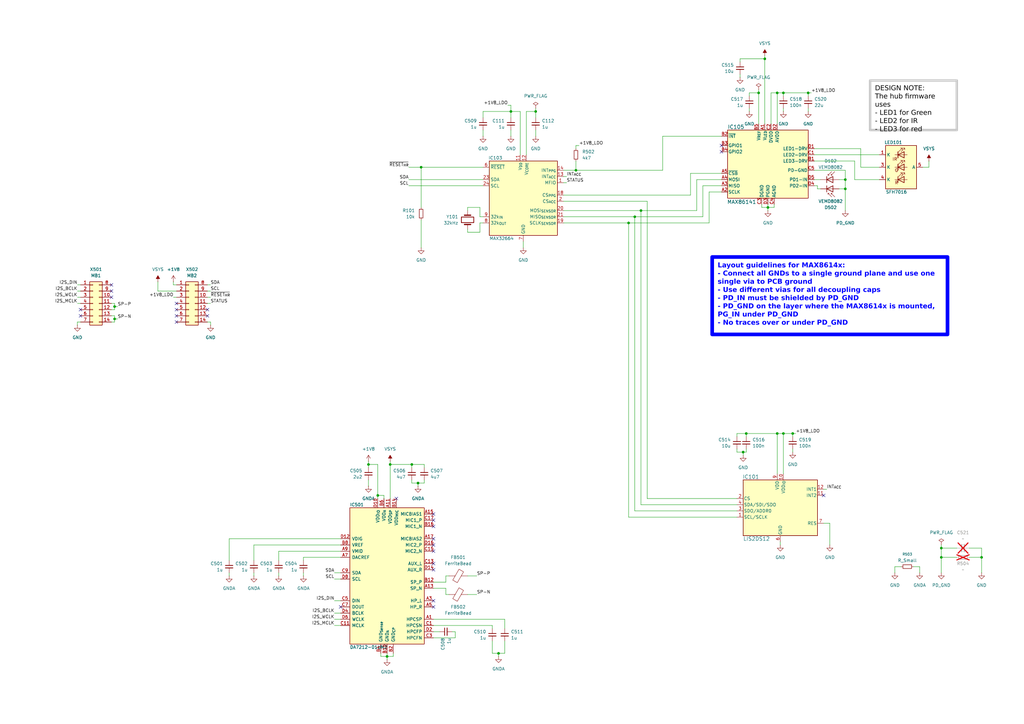
<source format=kicad_sch>
(kicad_sch (version 20250114) (generator "eeschema") (generator_version "9.0")
  (paper "A3")
  (title_block (title "Heartrate-DevKit") (date "2025-07-13") (rev "${REVISION}") (company "${COMPANY}"))
  (text_box "DESIGN NOTE:\nThe hub firmware uses\n- LED1 for Green\n- LED2 for IR\n- LED3 for red" (at 356.87 33.02 0) (size 35.56 20.32) (margins 2 2 2 2) (stroke (width 1) (color 200 200 200 1)) (effects (font (size 2 2)) (justify left top)))
  (text_box "Layout guidelines for MAX8614x:\n- Connect all GNDs to a single ground plane and use one single via to PCB ground\n- Use different vias for all decoupling caps\n- PD_IN must be shielded by PD_GND\n- PD_GND on the layer where the MAX8614x is mounted, PG_IN under PD_GND\n- No traces over or under PD_GND" (at 292.1 105.41 0) (size 96.52 31.75) (margins 2.25 2.25 2.25 2.25) (stroke (width 1.5) (color 0 0 255 1)) (effects (font (size 2 2) (thickness 0.4) (bold yes)) (justify left top)))
  (junction (at 346.71 77.47))
  (junction (at 331.47 38.1))
  (junction (at 325.12 177.8))
  (junction (at 313.69 24.13))
  (junction (at 236.22 69.85))
  (junction (at 262.89 86.36))
  (junction (at 386.08 228.6))
  (junction (at 318.77 38.1))
  (junction (at 314.96 85.09))
  (junction (at 46.99 130.81))
  (junction (at 158.75 269.24))
  (junction (at 311.15 38.1))
  (junction (at 306.07 177.8))
  (junction (at 321.31 38.1))
  (junction (at 209.55 45.72))
  (junction (at 402.59 228.6))
  (junction (at 160.02 190.5))
  (junction (at 168.91 190.5))
  (junction (at 219.71 45.72))
  (junction (at 171.45 198.12))
  (junction (at 386.08 224.79))
  (junction (at 257.81 91.44))
  (junction (at 260.35 88.9))
  (junction (at 172.72 68.58))
  (junction (at 154.94 203.2))
  (junction (at 46.99 125.73))
  (junction (at 151.13 190.5))
  (junction (at 318.77 177.8))
  (junction (at 321.31 177.8))
  (junction (at 346.71 73.66))
  (junction (at 304.8 185.42))
  (junction (at 204.47 267.97))
  (no_connect (at 177.8 220.98))
  (no_connect (at 72.39 132.08))
  (no_connect (at 177.8 215.9))
  (no_connect (at 295.91 59.69))
  (no_connect (at 177.8 223.52))
  (no_connect (at 72.39 124.46))
  (no_connect (at 85.09 129.54))
  (no_connect (at 177.8 233.68))
  (no_connect (at 337.82 203.2))
  (no_connect (at 45.72 119.38))
  (no_connect (at 295.91 62.23))
  (no_connect (at 139.7 248.92))
  (no_connect (at 45.72 116.84))
  (no_connect (at 33.02 129.54))
  (no_connect (at 177.8 248.92))
  (no_connect (at 177.8 246.38))
  (no_connect (at 177.8 210.82))
  (no_connect (at 33.02 127))
  (no_connect (at 72.39 127))
  (no_connect (at 177.8 226.06))
  (no_connect (at 45.72 121.92))
  (no_connect (at 85.09 127))
  (no_connect (at 162.56 204.47))
  (no_connect (at 177.8 231.14))
  (no_connect (at 72.39 129.54))
  (no_connect (at 177.8 213.36))
  (wire (pts (xy 283.21 71.12) (xy 295.91 71.12)))
  (wire (pts (xy 306.07 177.8) (xy 318.77 177.8)))
  (wire (pts (xy 386.08 234.95) (xy 386.08 228.6)))
  (wire (pts (xy 346.71 69.85) (xy 346.71 73.66)))
  (wire (pts (xy 314.96 85.09) (xy 317.5 85.09)))
  (wire (pts (xy 157.48 204.47) (xy 157.48 203.2)))
  (wire (pts (xy 262.89 86.36) (xy 285.75 86.36)))
  (wire (pts (xy 160.02 189.23) (xy 160.02 190.5)))
  (wire (pts (xy 265.43 82.55) (xy 265.43 204.47)))
  (wire (pts (xy 31.75 124.46) (xy 33.02 124.46)))
  (wire (pts (xy 316.23 38.1) (xy 316.23 50.8)))
  (wire (pts (xy 386.08 224.79) (xy 392.43 224.79)))
  (wire (pts (xy 325.12 177.8) (xy 326.39 177.8)))
  (wire (pts (xy 213.36 45.72) (xy 213.36 63.5)))
  (wire (pts (xy 311.15 38.1) (xy 311.15 50.8)))
  (wire (pts (xy 262.89 207.01) (xy 302.26 207.01)))
  (wire (pts (xy 312.42 83.82) (xy 312.42 85.09)))
  (wire (pts (xy 236.22 66.04) (xy 236.22 69.85)))
  (wire (pts (xy 104.14 223.52) (xy 104.14 229.87)))
  (wire (pts (xy 331.47 38.1) (xy 332.74 38.1)))
  (wire (pts (xy 156.21 269.24) (xy 158.75 269.24)))
  (wire (pts (xy 182.88 243.84) (xy 182.88 241.3)))
  (wire (pts (xy 215.9 45.72) (xy 219.71 45.72)))
  (wire (pts (xy 209.55 45.72) (xy 209.55 48.26)))
  (wire (pts (xy 397.51 228.6) (xy 402.59 228.6)))
  (wire (pts (xy 184.15 236.22) (xy 182.88 236.22)))
  (wire (pts (xy 191.77 85.09) (xy 196.85 85.09)))
  (wire (pts (xy 219.71 45.72) (xy 219.71 48.26)))
  (wire (pts (xy 171.45 198.12) (xy 171.45 199.39)))
  (wire (pts (xy 191.77 95.25) (xy 196.85 95.25)))
  (wire (pts (xy 320.04 222.25) (xy 320.04 223.52)))
  (wire (pts (xy 207.01 254) (xy 207.01 257.81)))
  (wire (pts (xy 314.96 83.82) (xy 314.96 85.09)))
  (wire (pts (xy 85.09 116.84) (xy 86.36 116.84)))
  (wire (pts (xy 139.7 228.6) (xy 124.46 228.6)))
  (wire (pts (xy 31.75 119.38) (xy 33.02 119.38)))
  (wire (pts (xy 306.07 184.15) (xy 306.07 185.42)))
  (wire (pts (xy 86.36 132.08) (xy 86.36 133.35)))
  (wire (pts (xy 317.5 85.09) (xy 317.5 83.82)))
  (wire (pts (xy 302.26 177.8) (xy 302.26 179.07)))
  (wire (pts (xy 45.72 129.54) (xy 46.99 129.54)))
  (wire (pts (xy 360.68 73.66) (xy 350.52 73.66)))
  (wire (pts (xy 321.31 38.1) (xy 331.47 38.1)))
  (wire (pts (xy 204.47 267.97) (xy 204.47 269.24)))
  (wire (pts (xy 33.02 132.08) (xy 31.75 132.08)))
  (wire (pts (xy 72.39 116.84) (xy 71.12 116.84)))
  (wire (pts (xy 386.08 223.52) (xy 386.08 224.79)))
  (wire (pts (xy 139.7 220.98) (xy 93.98 220.98)))
  (wire (pts (xy 154.94 190.5) (xy 151.13 190.5)))
  (wire (pts (xy 156.21 267.97) (xy 156.21 269.24)))
  (wire (pts (xy 321.31 38.1) (xy 321.31 39.37)))
  (wire (pts (xy 288.29 76.2) (xy 295.91 76.2)))
  (wire (pts (xy 331.47 44.45) (xy 331.47 45.72)))
  (wire (pts (xy 45.72 127) (xy 46.99 127)))
  (wire (pts (xy 316.23 38.1) (xy 318.77 38.1)))
  (wire (pts (xy 171.45 198.12) (xy 168.91 198.12)))
  (wire (pts (xy 257.81 91.44) (xy 257.81 212.09)))
  (wire (pts (xy 172.72 90.17) (xy 172.72 101.6)))
  (wire (pts (xy 71.12 116.84) (xy 71.12 115.57)))
  (wire (pts (xy 46.99 130.81) (xy 48.26 130.81)))
  (wire (pts (xy 283.21 80.01) (xy 283.21 71.12)))
  (wire (pts (xy 304.8 185.42) (xy 304.8 186.69)))
  (wire (pts (xy 215.9 63.5) (xy 215.9 45.72)))
  (wire (pts (xy 346.71 77.47) (xy 346.71 86.36)))
  (wire (pts (xy 285.75 73.66) (xy 295.91 73.66)))
  (wire (pts (xy 154.94 190.5) (xy 154.94 203.2)))
  (wire (pts (xy 46.99 129.54) (xy 46.99 130.81)))
  (wire (pts (xy 260.35 88.9) (xy 260.35 209.55)))
  (wire (pts (xy 64.77 119.38) (xy 64.77 115.57)))
  (wire (pts (xy 219.71 53.34) (xy 219.71 55.88)))
  (wire (pts (xy 196.85 91.44) (xy 196.85 95.25)))
  (wire (pts (xy 114.3 226.06) (xy 114.3 229.87)))
  (wire (pts (xy 167.64 68.58) (xy 172.72 68.58)))
  (wire (pts (xy 137.16 256.54) (xy 139.7 256.54)))
  (wire (pts (xy 93.98 234.95) (xy 93.98 236.22)))
  (wire (pts (xy 335.28 77.47) (xy 336.55 77.47)))
  (wire (pts (xy 360.68 63.5) (xy 334.01 63.5)))
  (wire (pts (xy 302.26 184.15) (xy 302.26 185.42)))
  (wire (pts (xy 260.35 88.9) (xy 288.29 88.9)))
  (wire (pts (xy 172.72 68.58) (xy 172.72 85.09)))
  (wire (pts (xy 381 66.04) (xy 381 68.58)))
  (wire (pts (xy 168.91 190.5) (xy 168.91 191.77)))
  (wire (pts (xy 214.63 99.06) (xy 214.63 101.6)))
  (wire (pts (xy 198.12 88.9) (xy 196.85 88.9)))
  (wire (pts (xy 290.83 78.74) (xy 290.83 91.44)))
  (wire (pts (xy 377.19 232.41) (xy 377.19 234.95)))
  (wire (pts (xy 173.99 198.12) (xy 173.99 196.85)))
  (wire (pts (xy 311.15 36.83) (xy 311.15 38.1)))
  (wire (pts (xy 151.13 190.5) (xy 151.13 191.77)))
  (wire (pts (xy 307.34 38.1) (xy 311.15 38.1)))
  (wire (pts (xy 260.35 88.9) (xy 231.14 88.9)))
  (wire (pts (xy 303.53 25.4) (xy 303.53 24.13)))
  (wire (pts (xy 321.31 177.8) (xy 321.31 194.31)))
  (wire (pts (xy 381 68.58) (xy 378.46 68.58)))
  (wire (pts (xy 307.34 39.37) (xy 307.34 38.1)))
  (wire (pts (xy 360.68 68.58) (xy 353.06 68.58)))
  (wire (pts (xy 337.82 200.66) (xy 339.09 200.66)))
  (wire (pts (xy 334.01 66.04) (xy 350.52 66.04)))
  (wire (pts (xy 201.93 256.54) (xy 201.93 257.81)))
  (wire (pts (xy 198.12 45.72) (xy 198.12 48.26)))
  (wire (pts (xy 303.53 24.13) (xy 313.69 24.13)))
  (wire (pts (xy 173.99 190.5) (xy 173.99 191.77)))
  (wire (pts (xy 346.71 73.66) (xy 346.71 77.47)))
  (wire (pts (xy 104.14 234.95) (xy 104.14 236.22)))
  (wire (pts (xy 85.09 124.46) (xy 86.36 124.46)))
  (wire (pts (xy 262.89 86.36) (xy 262.89 207.01)))
  (wire (pts (xy 302.26 177.8) (xy 306.07 177.8)))
  (wire (pts (xy 307.34 44.45) (xy 307.34 45.72)))
  (wire (pts (xy 177.8 261.62) (xy 186.69 261.62)))
  (wire (pts (xy 167.64 73.66) (xy 198.12 73.66)))
  (wire (pts (xy 367.03 232.41) (xy 367.03 234.95)))
  (wire (pts (xy 285.75 86.36) (xy 285.75 73.66)))
  (wire (pts (xy 201.93 256.54) (xy 177.8 256.54)))
  (wire (pts (xy 325.12 184.15) (xy 325.12 185.42)))
  (wire (pts (xy 367.03 232.41) (xy 369.57 232.41)))
  (wire (pts (xy 168.91 190.5) (xy 173.99 190.5)))
  (wire (pts (xy 295.91 78.74) (xy 290.83 78.74)))
  (wire (pts (xy 158.75 269.24) (xy 161.29 269.24)))
  (wire (pts (xy 219.71 44.45) (xy 219.71 45.72)))
  (wire (pts (xy 318.77 177.8) (xy 321.31 177.8)))
  (wire (pts (xy 85.09 132.08) (xy 86.36 132.08)))
  (wire (pts (xy 46.99 132.08) (xy 46.99 130.81)))
  (wire (pts (xy 196.85 85.09) (xy 196.85 88.9)))
  (wire (pts (xy 334.01 76.2) (xy 335.28 76.2)))
  (wire (pts (xy 386.08 228.6) (xy 392.43 228.6)))
  (wire (pts (xy 340.36 214.63) (xy 340.36 223.52)))
  (wire (pts (xy 201.93 267.97) (xy 204.47 267.97)))
  (wire (pts (xy 198.12 53.34) (xy 198.12 55.88)))
  (wire (pts (xy 335.28 76.2) (xy 335.28 77.47)))
  (wire (pts (xy 397.51 224.79) (xy 402.59 224.79)))
  (wire (pts (xy 231.14 72.39) (xy 232.41 72.39)))
  (wire (pts (xy 154.94 203.2) (xy 154.94 204.47)))
  (wire (pts (xy 180.34 259.08) (xy 177.8 259.08)))
  (wire (pts (xy 186.69 259.08) (xy 185.42 259.08)))
  (wire (pts (xy 265.43 204.47) (xy 302.26 204.47)))
  (wire (pts (xy 172.72 68.58) (xy 198.12 68.58)))
  (wire (pts (xy 46.99 125.73) (xy 48.26 125.73)))
  (wire (pts (xy 45.72 124.46) (xy 46.99 124.46)))
  (wire (pts (xy 313.69 22.86) (xy 313.69 24.13)))
  (wire (pts (xy 231.14 82.55) (xy 265.43 82.55)))
  (wire (pts (xy 209.55 43.18) (xy 209.55 45.72)))
  (wire (pts (xy 304.8 185.42) (xy 306.07 185.42)))
  (wire (pts (xy 177.8 254) (xy 207.01 254)))
  (wire (pts (xy 191.77 243.84) (xy 195.58 243.84)))
  (wire (pts (xy 321.31 177.8) (xy 325.12 177.8)))
  (wire (pts (xy 231.14 74.93) (xy 232.41 74.93)))
  (wire (pts (xy 318.77 194.31) (xy 318.77 177.8)))
  (wire (pts (xy 350.52 66.04) (xy 350.52 73.66)))
  (wire (pts (xy 313.69 24.13) (xy 313.69 50.8)))
  (wire (pts (xy 260.35 209.55) (xy 302.26 209.55)))
  (wire (pts (xy 182.88 236.22) (xy 182.88 238.76)))
  (wire (pts (xy 231.14 69.85) (xy 236.22 69.85)))
  (wire (pts (xy 137.16 234.95) (xy 139.7 234.95)))
  (wire (pts (xy 386.08 228.6) (xy 386.08 224.79)))
  (wire (pts (xy 271.78 55.88) (xy 295.91 55.88)))
  (wire (pts (xy 208.28 43.18) (xy 209.55 43.18)))
  (wire (pts (xy 209.55 53.34) (xy 209.55 55.88)))
  (wire (pts (xy 344.17 73.66) (xy 346.71 73.66)))
  (wire (pts (xy 209.55 45.72) (xy 213.36 45.72)))
  (wire (pts (xy 85.09 121.92) (xy 86.36 121.92)))
  (wire (pts (xy 314.96 85.09) (xy 314.96 86.36)))
  (wire (pts (xy 160.02 190.5) (xy 168.91 190.5)))
  (wire (pts (xy 331.47 38.1) (xy 331.47 39.37)))
  (wire (pts (xy 114.3 234.95) (xy 114.3 236.22)))
  (wire (pts (xy 93.98 220.98) (xy 93.98 229.87)))
  (wire (pts (xy 137.16 251.46) (xy 139.7 251.46)))
  (wire (pts (xy 334.01 60.96) (xy 353.06 60.96)))
  (wire (pts (xy 303.53 30.48) (xy 303.53 31.75)))
  (wire (pts (xy 318.77 38.1) (xy 321.31 38.1)))
  (wire (pts (xy 201.93 267.97) (xy 201.93 262.89)))
  (wire (pts (xy 177.8 241.3) (xy 182.88 241.3)))
  (wire (pts (xy 158.75 269.24) (xy 158.75 270.51)))
  (wire (pts (xy 321.31 44.45) (xy 321.31 45.72)))
  (wire (pts (xy 353.06 68.58) (xy 353.06 60.96)))
  (wire (pts (xy 257.81 212.09) (xy 302.26 212.09)))
  (wire (pts (xy 157.48 203.2) (xy 154.94 203.2)))
  (wire (pts (xy 271.78 69.85) (xy 271.78 55.88)))
  (wire (pts (xy 207.01 262.89) (xy 207.01 267.97)))
  (wire (pts (xy 71.12 121.92) (xy 72.39 121.92)))
  (wire (pts (xy 31.75 116.84) (xy 33.02 116.84)))
  (wire (pts (xy 168.91 196.85) (xy 168.91 198.12)))
  (wire (pts (xy 137.16 237.49) (xy 139.7 237.49)))
  (wire (pts (xy 402.59 228.6) (xy 402.59 234.95)))
  (wire (pts (xy 288.29 88.9) (xy 288.29 76.2)))
  (wire (pts (xy 72.39 119.38) (xy 64.77 119.38)))
  (wire (pts (xy 161.29 267.97) (xy 161.29 269.24)))
  (wire (pts (xy 151.13 196.85) (xy 151.13 199.39)))
  (wire (pts (xy 337.82 214.63) (xy 340.36 214.63)))
  (wire (pts (xy 177.8 238.76) (xy 182.88 238.76)))
  (wire (pts (xy 137.16 254) (xy 139.7 254)))
  (wire (pts (xy 236.22 69.85) (xy 271.78 69.85)))
  (wire (pts (xy 184.15 243.84) (xy 182.88 243.84)))
  (wire (pts (xy 191.77 86.36) (xy 191.77 85.09)))
  (wire (pts (xy 231.14 86.36) (xy 262.89 86.36)))
  (wire (pts (xy 402.59 224.79) (xy 402.59 228.6)))
  (wire (pts (xy 46.99 127) (xy 46.99 125.73)))
  (wire (pts (xy 46.99 124.46) (xy 46.99 125.73)))
  (wire (pts (xy 191.77 236.22) (xy 195.58 236.22)))
  (wire (pts (xy 151.13 189.23) (xy 151.13 190.5)))
  (wire (pts (xy 306.07 177.8) (xy 306.07 179.07)))
  (wire (pts (xy 191.77 93.98) (xy 191.77 95.25)))
  (wire (pts (xy 231.14 80.01) (xy 283.21 80.01)))
  (wire (pts (xy 85.09 119.38) (xy 86.36 119.38)))
  (wire (pts (xy 31.75 132.08) (xy 31.75 133.35)))
  (wire (pts (xy 124.46 234.95) (xy 124.46 236.22)))
  (wire (pts (xy 198.12 91.44) (xy 196.85 91.44)))
  (wire (pts (xy 139.7 226.06) (xy 114.3 226.06)))
  (wire (pts (xy 198.12 45.72) (xy 209.55 45.72)))
  (wire (pts (xy 160.02 190.5) (xy 160.02 204.47)))
  (wire (pts (xy 334.01 69.85) (xy 346.71 69.85)))
  (wire (pts (xy 31.75 121.92) (xy 33.02 121.92)))
  (wire (pts (xy 344.17 77.47) (xy 346.71 77.47)))
  (wire (pts (xy 158.75 269.24) (xy 158.75 267.97)))
  (wire (pts (xy 186.69 261.62) (xy 186.69 259.08)))
  (wire (pts (xy 302.26 185.42) (xy 304.8 185.42)))
  (wire (pts (xy 236.22 59.69) (xy 237.49 59.69)))
  (wire (pts (xy 167.64 76.2) (xy 198.12 76.2)))
  (wire (pts (xy 318.77 38.1) (xy 318.77 50.8)))
  (wire (pts (xy 334.01 73.66) (xy 336.55 73.66)))
  (wire (pts (xy 374.65 232.41) (xy 377.19 232.41)))
  (wire (pts (xy 236.22 59.69) (xy 236.22 60.96)))
  (wire (pts (xy 231.14 91.44) (xy 257.81 91.44)))
  (wire (pts (xy 325.12 177.8) (xy 325.12 179.07)))
  (wire (pts (xy 139.7 223.52) (xy 104.14 223.52)))
  (wire (pts (xy 171.45 198.12) (xy 173.99 198.12)))
  (wire (pts (xy 124.46 228.6) (xy 124.46 229.87)))
  (wire (pts (xy 204.47 267.97) (xy 207.01 267.97)))
  (wire (pts (xy 45.72 132.08) (xy 46.99 132.08)))
  (wire (pts (xy 137.16 246.38) (xy 139.7 246.38)))
  (wire (pts (xy 257.81 91.44) (xy 290.83 91.44)))
  (wire (pts (xy 312.42 85.09) (xy 314.96 85.09)))
  (label "+1V8_LDO" (at 332.74 38.1 0))
  (label "+1V8_LDO" (at 237.49 59.69 0))
  (label "I2S_WCLK" (at 137.16 254 180))
  (label "~{RESET_{HR}}" (at 86.36 121.92 0))
  (label "INT_{ACC}" (at 339.09 200.66 0))
  (label "+1V8_LDO" (at 208.28 43.18 180))
  (label "SP-N" (at 48.26 130.81 0))
  (label "SDA" (at 167.64 73.66 180))
  (label "STATUS" (at 86.36 124.46 0))
  (label "INT_{ACC}" (at 232.41 72.39 0))
  (label "I2S_DIN" (at 31.75 116.84 180))
  (label "I2S_DIN" (at 137.16 246.38 180))
  (label "SP-P" (at 48.26 125.73 0))
  (label "+1V8_LDO" (at 326.39 177.8 0))
  (label "+1V8_LDO" (at 71.12 121.92 180))
  (label "SCL" (at 137.16 237.49 180))
  (label "SP-P" (at 195.58 236.22 0))
  (label "I2S_WCLK" (at 31.75 121.92 180))
  (label "SP-N" (at 195.58 243.84 0))
  (label "STATUS" (at 232.41 74.93 0))
  (label "I2S_BCLK" (at 137.16 251.46 180))
  (label "I2S_MCLK" (at 137.16 256.54 180))
  (label "SDA" (at 86.36 116.84 0))
  (label "I2S_BCLK" (at 31.75 119.38 180))
  (label "SCL" (at 167.64 76.2 180))
  (label "I2S_MCLK" (at 31.75 124.46 180))
  (label "SCL" (at 86.36 119.38 0))
  (label "SDA" (at 137.16 234.95 180))
  (label "~{RESET_{HR}}" (at 167.64 68.58 180))
  (symbol (lib_id "power:GND") (at 325.12 185.42 0) (unit 1)
    (property "Reference" "#PWR0526" (effects (hide yes)))
    (property "Value" "GND" (at 325.12 190.5 0))
    (property "Description" "Power symbol creates a global label with name \"GND\" , ground" (effects (hide yes)))
  )
  (symbol (lib_id "power:PWR_FLAG") (at 386.08 223.52 0) (unit 1)
    (property "Reference" "#FLG0503" (effects (hide yes)))
    (property "Value" "PWR_FLAG" (at 386.08 218.44 0))
    (property "Description" "Special symbol for telling ERC where power comes from" (effects (hide yes)))
  )
  (symbol (lib_id "Device:FerriteBead") (at 187.96 243.84 90) (unit 1)
    (property "Reference" "FB502" (at 187.9092 248.92 90))
    (property "Value" "FerriteBead" (at 187.9092 251.46 90))
    (property "Footprint" "Inductor:L0402" (effects (hide yes)))
    (property "Description" "Ferrite bead" (effects (hide yes)))
    (property "manf" "Murata" (effects (hide yes)))
    (property "manf#" "BLM15PD121SN1D" (effects (hide yes)))
    (property "mouser#" "81-BLM15PD121SN1D" (effects (hide yes)))
  )
  (symbol (lib_id "power:GNDA") (at 386.08 234.95 0) (unit 1)
    (property "Reference" "#PWR0533" (effects (hide yes)))
    (property "Value" "PD_GND" (at 386.08 240.03 0))
    (property "Description" "Power symbol creates a global label with name \"GNDA\" , analog ground" (effects (hide yes)))
  )
  (symbol (lib_id "power:VS") (at 381 66.04 0) (unit 1)
    (property "Reference" "#PWR0532" (effects (hide yes)))
    (property "Value" "VSYS" (at 381 60.96 0))
    (property "Description" "Power symbol creates a global label with name \"VS\"" (effects (hide yes)))
  )
  (symbol (lib_id "Device:D_Photo") (at 341.63 77.47 0) (mirror x) (unit 1)
    (property "Reference" "D502" (at 340.6775 85.09 0))
    (property "Value" "VEMD8082" (at 340.6775 82.55 0))
    (property "Footprint" "Vishay:VEMD808x" (effects (hide yes)))
    (property "Description" "Photodiode" (effects (hide yes)))
    (property "manf" "Vishay Semiconductors" (effects (hide yes)))
    (property "manf#" "VEMD8082" (effects (hide yes)))
    (property "mouser#" "78-VEMD8082" (effects (hide yes)))
  )
  (symbol (lib_id "power:GNDA") (at 104.14 236.22 0) (unit 1)
    (property "Reference" "#PWR0505" (effects (hide yes)))
    (property "Value" "GNDA" (at 104.14 241.3 0))
    (property "Description" "Power symbol creates a global label with name \"GNDA\" , analog ground" (effects (hide yes)))
  )
  (symbol (lib_id "Device:C_Small") (at 198.12 50.8 0) (mirror y) (unit 1)
    (property "Reference" "C509" (at 195.58 49.5362 0) (effects (justify left)))
    (property "Value" "1u" (at 195.58 52.0762 0) (effects (justify left)))
    (property "Footprint" "Capacitor_SMD:C_0402_1005Metric" (effects (hide yes)))
    (property "Description" "Unpolarized capacitor, small symbol" (effects (hide yes)))
    (property "manf" "KYOCERA AVX" (effects (hide yes)))
    (property "manf#" "04023D105KAT2A" (effects (hide yes)))
    (property "mouser#" "581-04023D105KAT2A" (effects (hide yes)))
  )
  (symbol (lib_id "Device:C_Small") (at 151.13 194.31 0) (mirror y) (unit 1)
    (property "Reference" "C505" (at 148.59 193.0462 0) (effects (justify left)))
    (property "Value" "2u2" (at 148.59 195.5862 0) (effects (justify left)))
    (property "Footprint" "Capacitor_SMD:C_0201_0603Metric" (effects (hide yes)))
    (property "Datasheet" "https://datasheets.kyocera-avx.com/cx5r-KGM.pdf" (effects (hide yes)))
    (property "Description" "Unpolarized capacitor, small symbol" (effects (hide yes)))
    (property "manf" "KYOCERA AVX" (effects (hide yes)))
    (property "manf#" "0201ZD225MAT2A" (effects (hide yes)))
    (property "mouser#" "581-0201ZD225MAT2A" (effects (hide yes)))
  )
  (symbol (lib_id "Device:C_Small") (at 219.71 50.8 0) (unit 1)
    (property "Reference" "C112" (at 222.25 49.5362 0) (effects (justify left)))
    (property "Value" "1u" (at 222.25 52.0762 0) (effects (justify left)))
    (property "Footprint" "Capacitor_SMD:C_0402_1005Metric" (effects (hide yes)))
    (property "Description" "Unpolarized capacitor, small symbol" (effects (hide yes)))
    (property "manf" "KYOCERA AVX" (effects (hide yes)))
    (property "manf#" "04023D105KAT2A" (effects (hide yes)))
    (property "mouser#" "581-04023D105KAT2A" (effects (hide yes)))
  )
  (symbol (lib_id "power:GNDA") (at 124.46 236.22 0) (unit 1)
    (property "Reference" "#PWR0507" (effects (hide yes)))
    (property "Value" "GNDA" (at 124.46 241.3 0))
    (property "Description" "Power symbol creates a global label with name \"GNDA\" , analog ground" (effects (hide yes)))
  )
  (symbol (lib_id "power:PWR_FLAG") (at 311.15 36.83 0) (unit 1)
    (property "Reference" "#FLG0502" (effects (hide yes)))
    (property "Value" "PWR_FLAG" (at 311.15 31.75 0))
    (property "Description" "Special symbol for telling ERC where power comes from" (effects (hide yes)))
  )
  (symbol (lib_id "Device:C_Small") (at 209.55 50.8 0) (mirror y) (unit 1)
    (property "Reference" "C111" (at 207.01 49.5362 0) (effects (justify left)))
    (property "Value" "1u" (at 207.01 52.0762 0) (effects (justify left)))
    (property "Footprint" "Capacitor_SMD:C_0402_1005Metric" (effects (hide yes)))
    (property "Description" "Unpolarized capacitor, small symbol" (effects (hide yes)))
    (property "manf" "KYOCERA AVX" (effects (hide yes)))
    (property "manf#" "04023D105KAT2A" (effects (hide yes)))
    (property "mouser#" "581-04023D105KAT2A" (effects (hide yes)))
  )
  (symbol (lib_id "Device:C_Small") (at 207.01 260.35 0) (unit 1)
    (property "Reference" "C511" (at 209.55 259.0862 0) (effects (justify left)))
    (property "Value" "1u" (at 209.55 261.6262 0) (effects (justify left)))
    (property "Footprint" "Capacitor_SMD:C_0201_0603Metric" (effects (hide yes)))
    (property "Datasheet" "https://datasheets.kyocera-avx.com/x6s-dielectric.pdf" (effects (hide yes)))
    (property "Description" "Unpolarized capacitor, small symbol" (effects (hide yes)))
    (property "manf" "KYOCERA AVX" (effects (hide yes)))
    (property "manf#" "02016W105MAT2A" (effects (hide yes)))
    (property "mouser#" "581-02016W105MAT2A" (effects (hide yes)))
  )
  (symbol (lib_id "Device:C_Small") (at 201.93 260.35 0) (mirror y) (unit 1)
    (property "Reference" "C510" (at 199.39 259.0862 0) (effects (justify left)))
    (property "Value" "1u" (at 199.39 261.6262 0) (effects (justify left)))
    (property "Footprint" "Capacitor_SMD:C_0201_0603Metric" (effects (hide yes)))
    (property "Datasheet" "https://datasheets.kyocera-avx.com/x6s-dielectric.pdf" (effects (hide yes)))
    (property "Description" "Unpolarized capacitor, small symbol" (effects (hide yes)))
    (property "manf" "KYOCERA AVX" (effects (hide yes)))
    (property "manf#" "02016W105MAT2A" (effects (hide yes)))
    (property "mouser#" "581-02016W105MAT2A" (effects (hide yes)))
  )
  (symbol (lib_id "power:GND") (at 198.12 55.88 0) (unit 1)
    (property "Reference" "#PWR0514" (effects (hide yes)))
    (property "Value" "GND" (at 198.12 60.96 0))
    (property "Description" "Power symbol creates a global label with name \"GND\" , ground" (effects (hide yes)))
  )
  (symbol (lib_id "power:GND") (at 86.36 133.35 0) (unit 1)
    (property "Reference" "#PWR0501" (effects (hide yes)))
    (property "Value" "GND" (at 86.36 138.43 0))
    (property "Description" "Power symbol creates a global label with name \"GND\" , ground" (effects (hide yes)))
  )
  (symbol (lib_id "Device:C_Small") (at 168.91 194.31 0) (mirror y) (unit 1)
    (property "Reference" "C506" (at 166.37 193.0462 0) (effects (justify left)))
    (property "Value" "4u7" (at 166.37 195.5862 0) (effects (justify left)))
    (property "Footprint" "Capacitor_SMD:C_0201_0603Metric" (effects (hide yes)))
    (property "Datasheet" "https://www.mouser.de/datasheet/3/76/2/GRM035R60J475ME15_01A.pdf" (effects (hide yes)))
    (property "Description" "Unpolarized capacitor, small symbol" (effects (hide yes)))
    (property "manf" "Murata" (effects (hide yes)))
    (property "manf#" "GRM035R60J475ME15D" (effects (hide yes)))
    (property "mouser#" "81-GRM035R60J475ME5D" (effects (hide yes)))
  )
  (symbol (lib_id "Device:Crystal") (at 191.77 90.17 270) (mirror x) (unit 1)
    (property "Reference" "Y101" (at 187.96 88.8999 90) (effects (justify right)))
    (property "Value" "32kHz" (at 187.96 91.4399 90) (effects (justify right)))
    (property "Footprint" "Crystal_Kampi:ECS_ECX-1210" (effects (hide yes)))
    (property "Description" "Two pin crystal" (effects (hide yes)))
    (property "manf" "ECS" (effects (hide yes)))
    (property "manf#" "ECS-.327-6-1210-TR" (effects (hide yes)))
    (property "mouser#" "520-.327-6-1210-TR" (effects (hide yes)))
  )
  (symbol (lib_id "Device:C_Small") (at 303.53 27.94 0) (mirror y) (unit 1)
    (property "Reference" "C515" (at 300.99 26.6762 0) (effects (justify left)))
    (property "Value" "10u" (at 300.99 29.2162 0) (effects (justify left)))
    (property "Footprint" "Capacitor_SMD:C_0402_1005Metric" (effects (hide yes)))
    (property "Description" "Unpolarized capacitor, small symbol" (effects (hide yes)))
    (property "manf" "TAIYO YUDEN" (effects (hide yes)))
    (property "manf#" "AMK105CBJ106MV-F" (effects (hide yes)))
    (property "mouser#" "963-AMK105CBJ106MV-F" (effects (hide yes)))
  )
  (symbol (lib_id "power:GND") (at 402.59 234.95 0) (unit 1)
    (property "Reference" "#PWR0534" (effects (hide yes)))
    (property "Value" "GND" (at 402.59 240.03 0))
    (property "Description" "Power symbol creates a global label with name \"GND\" , ground" (effects (hide yes)))
  )
  (symbol (lib_id "power:VS") (at 64.77 115.57 0) (unit 1)
    (property "Reference" "#PWR0503" (effects (hide yes)))
    (property "Value" "VSYS" (at 64.77 110.49 0))
    (property "Description" "Power symbol creates a global label with name \"VS\"" (effects (hide yes)))
  )
  (symbol (lib_id "Device:C_Small") (at 394.97 224.79 90) (mirror x) (unit 1) (in_bom no) (dnp yes)
    (property "Reference" "C521" (at 394.9763 218.44 90))
    (property "Value" "~" (at 394.9763 220.98 90))
    (property "Footprint" "Capacitor_SMD:C_0402_1005Metric" (effects (hide yes)))
    (property "Description" "Unpolarized capacitor, small symbol" (effects (hide yes)))
  )
  (symbol (lib_id "Device:C_Small") (at 124.46 232.41 0) (mirror y) (unit 1)
    (property "Reference" "C504" (at 121.92 231.1462 0) (effects (justify left)))
    (property "Value" "1u" (at 121.92 233.6862 0) (effects (justify left)))
    (property "Footprint" "Capacitor_SMD:C_0201_0603Metric" (effects (hide yes)))
    (property "Datasheet" "https://datasheets.kyocera-avx.com/x6s-dielectric.pdf" (effects (hide yes)))
    (property "Description" "Unpolarized capacitor, small symbol" (effects (hide yes)))
    (property "manf" "KYOCERA AVX" (effects (hide yes)))
    (property "manf#" "02016W105MAT2A" (effects (hide yes)))
    (property "mouser#" "581-02016W105MAT2A" (effects (hide yes)))
  )
  (symbol (lib_id "Device:R_Small") (at 172.72 87.63 0) (mirror y) (unit 1)
    (property "Reference" "R101" (at 170.18 86.3599 0) (effects (justify left)))
    (property "Value" "10k" (at 170.18 88.8999 0) (effects (justify left)))
    (property "Footprint" "Resistor_SMD:R_0402_1005Metric" (effects (hide yes)))
    (property "Description" "Resistor, small symbol" (effects (hide yes)))
    (property "manf" "Bourns" (effects (hide yes)))
    (property "manf#" "CR0402-JW-103GLF" (effects (hide yes)))
    (property "mouser#" "652-CR0402-JW-103GLF" (effects (hide yes)))
  )
  (symbol (lib_id "Analog Devices:MAX86141") (at 314.96 67.31 0) (unit 1)
    (property "Reference" "IC105" (at 298.45 52.07 0) (effects (font (size 1.524 1.524)) (justify left)))
    (property "Value" "MAX86141" (at 298.196 82.804 0) (effects (font (size 1.524 1.524)) (justify left)))
    (property "Footprint" "Package_BGA_Kampi:THIN-WLP-20_2.228x1.967mm_P0.4mm" (effects (hide yes)))
    (property "Datasheet" "https://www.analog.com/media/en/technical-documentation/data-sheets/max86140-max86141.pdf" (effects (hide yes)))
    (property "manf" "Analog Devices / Maxim Integrated" (effects (hide yes)))
    (property "manf#" "MAX86141ENP+T" (effects (hide yes)))
    (property "mouser#" "700-MAX86141ENP+T" (effects (hide yes)))
  )
  (symbol (lib_id "power:GND") (at 367.03 234.95 0) (unit 1)
    (property "Reference" "#PWR0530" (effects (hide yes)))
    (property "Value" "GND" (at 367.03 240.03 0))
    (property "Description" "Power symbol creates a global label with name \"GND\" , ground" (effects (hide yes)))
  )
  (symbol (lib_id "power:GNDA") (at 114.3 236.22 0) (unit 1)
    (property "Reference" "#PWR0506" (effects (hide yes)))
    (property "Value" "GNDA" (at 114.3 241.3 0))
    (property "Description" "Power symbol creates a global label with name \"GNDA\" , analog ground" (effects (hide yes)))
  )
  (symbol (lib_id "power:GND") (at 303.53 31.75 0) (unit 1)
    (property "Reference" "#PWR0519" (effects (hide yes)))
    (property "Value" "GND" (at 303.53 36.83 0))
    (property "Description" "Power symbol creates a global label with name \"GND\" , ground" (effects (hide yes)))
  )
  (symbol (lib_id "power:GND") (at 214.63 101.6 0) (unit 1)
    (property "Reference" "#PWR0109" (effects (hide yes)))
    (property "Value" "GND" (at 214.63 106.68 0))
    (property "Description" "Power symbol creates a global label with name \"GND\" , ground" (effects (hide yes)))
  )
  (symbol (lib_id "Device:C_Small") (at 173.99 194.31 0) (unit 1)
    (property "Reference" "C507" (at 176.53 193.0462 0) (effects (justify left)))
    (property "Value" "4u7" (at 176.53 195.5862 0) (effects (justify left)))
    (property "Footprint" "Capacitor_SMD:C_0201_0603Metric" (effects (hide yes)))
    (property "Datasheet" "https://www.mouser.de/datasheet/3/76/2/GRM035R60J475ME15_01A.pdf" (effects (hide yes)))
    (property "Description" "Unpolarized capacitor, small symbol" (effects (hide yes)))
    (property "manf" "Murata" (effects (hide yes)))
    (property "manf#" "GRM035R60J475ME15D" (effects (hide yes)))
    (property "mouser#" "81-GRM035R60J475ME5D" (effects (hide yes)))
  )
  (symbol (lib_id "power:GND") (at 331.47 45.72 0) (unit 1)
    (property "Reference" "#PWR0527" (effects (hide yes)))
    (property "Value" "GND" (at 331.47 50.8 0))
    (property "Description" "Power symbol creates a global label with name \"GND\" , ground" (effects (hide yes)))
  )
  (symbol (lib_id "power:VS") (at 160.02 189.23 0) (unit 1)
    (property "Reference" "#PWR0511" (effects (hide yes)))
    (property "Value" "VSYS" (at 160.02 184.15 0))
    (property "Description" "Power symbol creates a global label with name \"VS\"" (effects (hide yes)))
  )
  (symbol (lib_id "Device:C_Small") (at 321.31 41.91 0) (unit 1)
    (property "Reference" "C518" (at 323.85 40.6462 0) (effects (justify left)))
    (property "Value" "100n" (at 323.85 43.1862 0) (effects (justify left)))
    (property "Footprint" "Capacitor_SMD:C_0402_1005Metric" (effects (hide yes)))
    (property "Description" "Unpolarized capacitor, small symbol" (effects (hide yes)))
    (property "manf" "KEMET" (effects (hide yes)))
    (property "manf#" "C0402C104K4RAC7411" (effects (hide yes)))
    (property "mouser#" "80-C0402C104K4R7411" (effects (hide yes)))
  )
  (symbol (lib_id "Device:R_Small") (at 394.97 228.6 90) (mirror x) (unit 1) (dnp yes)
    (property "Reference" "R504" (at 394.97 231.14 90))
    (property "Value" "~" (at 394.97 233.68 90))
    (property "Footprint" "Resistor_SMD:R_0402_1005Metric" (effects (hide yes)))
    (property "Description" "Resistor, small symbol" (effects (hide yes)))
  )
  (symbol (lib_id "power:GND") (at 320.04 223.52 0) (unit 1)
    (property "Reference" "#PWR0524" (effects (hide yes)))
    (property "Value" "GND" (at 320.04 228.6 0))
    (property "Description" "Power symbol creates a global label with name \"GND\" , ground" (effects (hide yes)))
  )
  (symbol (lib_id "power:GND") (at 219.71 55.88 0) (unit 1)
    (property "Reference" "#PWR0110" (effects (hide yes)))
    (property "Value" "GND" (at 219.71 60.96 0))
    (property "Description" "Power symbol creates a global label with name \"GND\" , ground" (effects (hide yes)))
  )
  (symbol (lib_id "Device:C_Small") (at 93.98 232.41 0) (mirror y) (unit 1)
    (property "Reference" "C501" (at 91.44 231.1462 0) (effects (justify left)))
    (property "Value" "1u" (at 91.44 233.6862 0) (effects (justify left)))
    (property "Footprint" "Capacitor_SMD:C_0201_0603Metric" (effects (hide yes)))
    (property "Datasheet" "https://datasheets.kyocera-avx.com/x6s-dielectric.pdf" (effects (hide yes)))
    (property "Description" "Unpolarized capacitor, small symbol" (effects (hide yes)))
    (property "manf" "KYOCERA AVX" (effects (hide yes)))
    (property "manf#" "02016W105MAT2A" (effects (hide yes)))
    (property "mouser#" "581-02016W105MAT2A" (effects (hide yes)))
  )
  (symbol (lib_id "Device:C_Small") (at 104.14 232.41 0) (mirror y) (unit 1)
    (property "Reference" "C502" (at 101.6 231.1462 0) (effects (justify left)))
    (property "Value" "1u" (at 101.6 233.6862 0) (effects (justify left)))
    (property "Footprint" "Capacitor_SMD:C_0201_0603Metric" (effects (hide yes)))
    (property "Datasheet" "https://datasheets.kyocera-avx.com/x6s-dielectric.pdf" (effects (hide yes)))
    (property "Description" "Unpolarized capacitor, small symbol" (effects (hide yes)))
    (property "manf" "KYOCERA AVX" (effects (hide yes)))
    (property "manf#" "02016W105MAT2A" (effects (hide yes)))
    (property "mouser#" "581-02016W105MAT2A" (effects (hide yes)))
  )
  (symbol (lib_id "power:GND") (at 172.72 101.6 0) (unit 1)
    (property "Reference" "#PWR0102" (effects (hide yes)))
    (property "Value" "GND" (at 172.72 106.68 0))
    (property "Description" "Power symbol creates a global label with name \"GND\" , ground" (effects (hide yes)))
  )
  (symbol (lib_id "power:GND") (at 209.55 55.88 0) (unit 1)
    (property "Reference" "#PWR0105" (effects (hide yes)))
    (property "Value" "GND" (at 209.55 60.96 0))
    (property "Description" "Power symbol creates a global label with name \"GND\" , ground" (effects (hide yes)))
  )
  (symbol (lib_id "power:GND") (at 304.8 186.69 0) (unit 1)
    (property "Reference" "#PWR0520" (effects (hide yes)))
    (property "Value" "GND" (at 304.8 191.77 0))
    (property "Description" "Power symbol creates a global label with name \"GND\" , ground" (effects (hide yes)))
  )
  (symbol (lib_id "Device:C_Small") (at 307.34 41.91 0) (mirror y) (unit 1)
    (property "Reference" "C517" (at 304.8 40.6462 0) (effects (justify left)))
    (property "Value" "1u" (at 304.8 43.1862 0) (effects (justify left)))
    (property "Footprint" "Capacitor_SMD:C_0402_1005Metric" (effects (hide yes)))
    (property "Description" "Unpolarized capacitor, small symbol" (effects (hide yes)))
    (property "manf" "KYOCERA AVX" (effects (hide yes)))
    (property "manf#" "04023D105KAT2A" (effects (hide yes)))
    (property "mouser#" "581-04023D105KAT2A" (effects (hide yes)))
  )
  (symbol (lib_id "power:GNDA") (at 377.19 234.95 0) (unit 1)
    (property "Reference" "#PWR0531" (effects (hide yes)))
    (property "Value" "GNDA" (at 377.19 240.03 0))
    (property "Description" "Power symbol creates a global label with name \"GNDA\" , analog ground" (effects (hide yes)))
  )
  (symbol (lib_id "power:GND") (at 321.31 45.72 0) (unit 1)
    (property "Reference" "#PWR0525" (effects (hide yes)))
    (property "Value" "GND" (at 321.31 50.8 0))
    (property "Description" "Power symbol creates a global label with name \"GND\" , ground" (effects (hide yes)))
  )
  (symbol (lib_id "power:GNDA") (at 158.75 270.51 0) (unit 1)
    (property "Reference" "#PWR0510" (effects (hide yes)))
    (property "Value" "GNDA" (at 158.75 275.59 0))
    (property "Description" "Power symbol creates a global label with name \"GNDA\" , analog ground" (effects (hide yes)))
  )
  (symbol (lib_id "Device:D_Photo") (at 341.63 73.66 0) (unit 1)
    (property "Reference" "D102" (at 340.6775 66.04 0))
    (property "Value" "VEMD8082" (at 340.6775 68.58 0))
    (property "Footprint" "Vishay:VEMD808x" (effects (hide yes)))
    (property "Description" "Photodiode" (effects (hide yes)))
    (property "manf" "Vishay Semiconductors" (effects (hide yes)))
    (property "manf#" "VEMD8082" (effects (hide yes)))
    (property "mouser#" "78-VEMD8082" (effects (hide yes)))
  )
  (symbol (lib_id "power:GND") (at 307.34 45.72 0) (unit 1)
    (property "Reference" "#PWR0521" (effects (hide yes)))
    (property "Value" "GND" (at 307.34 50.8 0))
    (property "Description" "Power symbol creates a global label with name \"GND\" , ground" (effects (hide yes)))
  )
  (symbol (lib_id "Device:C_Small") (at 325.12 181.61 0) (unit 1)
    (property "Reference" "C519" (at 327.66 180.3462 0) (effects (justify left)))
    (property "Value" "100n" (at 327.66 182.8862 0) (effects (justify left)))
    (property "Footprint" "Capacitor_SMD:C_0402_1005Metric" (effects (hide yes)))
    (property "Description" "Unpolarized capacitor, small symbol" (effects (hide yes)))
    (property "manf" "KEMET" (effects (hide yes)))
    (property "manf#" "C0402C104K4RAC7411" (effects (hide yes)))
    (property "mouser#" "80-C0402C104K4R7411" (effects (hide yes)))
  )
  (symbol (lib_id "Connector_Generic:Conn_02x07_Top_Bottom") (at 77.47 124.46 0) (unit 1)
    (property "Reference" "X502" (at 78.74 110.49 0))
    (property "Value" "MB2" (at 78.74 113.03 0))
    (property "Footprint" "Amphenol:101P014FB110" (effects (hide yes)))
    (property "Datasheet" "https://cdn.amphenol-cs.com/media/wysiwyg/files/drawing/101p014fb110.pdf" (effects (hide yes)))
    (property "Description" "Generic connector, double row, 02x07, top/bottom pin numbering scheme (row 1: 1...pins_per_row, row2: pins_per_row+1 ... num_pins), script generated (kicad-library-utils/schlib/autogen/connector/)" (effects (hide yes)))
    (property "manf" "Amphenol Aorora" (effects (hide yes)))
    (property "manf#" "101P014FB110" (effects (hide yes)))
    (property "mouser#" "649-101P014FB110" (effects (hide yes)))
  )
  (symbol (lib_id "power:GNDA") (at 151.13 199.39 0) (unit 1)
    (property "Reference" "#PWR0509" (effects (hide yes)))
    (property "Value" "GNDA" (at 151.13 204.47 0))
    (property "Description" "Power symbol creates a global label with name \"GNDA\" , analog ground" (effects (hide yes)))
  )
  (symbol (lib_id "Device:C_Small") (at 114.3 232.41 0) (mirror y) (unit 1)
    (property "Reference" "C503" (at 111.76 231.1462 0) (effects (justify left)))
    (property "Value" "1u" (at 111.76 233.6862 0) (effects (justify left)))
    (property "Footprint" "Capacitor_SMD:C_0201_0603Metric" (effects (hide yes)))
    (property "Datasheet" "https://datasheets.kyocera-avx.com/x6s-dielectric.pdf" (effects (hide yes)))
    (property "Description" "Unpolarized capacitor, small symbol" (effects (hide yes)))
    (property "manf" "KYOCERA AVX" (effects (hide yes)))
    (property "manf#" "02016W105MAT2A" (effects (hide yes)))
    (property "mouser#" "581-02016W105MAT2A" (effects (hide yes)))
  )
  (symbol (lib_id "Device:FerriteBead") (at 187.96 236.22 90) (unit 1)
    (property "Reference" "FB501" (at 187.9092 228.6 90))
    (property "Value" "FerriteBead" (at 187.9092 231.14 90))
    (property "Footprint" "Inductor:L0402" (effects (hide yes)))
    (property "Description" "Ferrite bead" (effects (hide yes)))
    (property "manf" "Murata" (effects (hide yes)))
    (property "manf#" "BLM15PD121SN1D" (effects (hide yes)))
    (property "mouser#" "81-BLM15PD121SN1D" (effects (hide yes)))
  )
  (symbol (lib_id "Osram:SFH7016") (at 369.57 68.58 0) (unit 1)
    (property "Reference" "LED101" (at 366.395 58.42 0))
    (property "Value" "SFH7016" (at 367.665 78.74 0))
    (property "Footprint" "Osram:SFH7016" (effects (hide yes)))
    (property "Datasheet" "https://look.ams-osram.com/m/1a73f8d425cfcc40/original/SFH-7016.pdf" (effects (hide yes)))
    (property "manf" "ams OSRAM" (effects (hide yes)))
    (property "manf#" "SFH 7016" (effects (hide yes)))
    (property "mouser#" "720-SFH7016" (effects (hide yes)))
  )
  (symbol (lib_id "Device:C_Small") (at 302.26 181.61 0) (mirror y) (unit 1)
    (property "Reference" "C514" (at 299.72 180.3462 0) (effects (justify left)))
    (property "Value" "10u" (at 299.72 182.8862 0) (effects (justify left)))
    (property "Footprint" "Capacitor_SMD:C_0402_1005Metric" (effects (hide yes)))
    (property "Description" "Unpolarized capacitor, small symbol" (effects (hide yes)))
    (property "manf" "TAIYO YUDEN" (effects (hide yes)))
    (property "manf#" "AMK105CBJ106MV-F" (effects (hide yes)))
    (property "mouser#" "963-AMK105CBJ106MV-F" (effects (hide yes)))
  )
  (symbol (lib_id "power:+1V8") (at 71.12 115.57 0) (unit 1)
    (property "Reference" "#PWR0502" (effects (hide yes)))
    (property "Value" "+1V8" (at 71.12 110.49 0))
    (property "Description" "Power symbol creates a global label with name \"+1V8\"" (effects (hide yes)))
  )
  (symbol (lib_id "power:+1V8") (at 151.13 189.23 0) (unit 1)
    (property "Reference" "#PWR0508" (effects (hide yes)))
    (property "Value" "+1V8" (at 151.13 184.15 0))
    (property "Description" "Power symbol creates a global label with name \"+1V8\"" (effects (hide yes)))
  )
  (symbol (lib_id "power:GNDA") (at 346.71 86.36 0) (unit 1)
    (property "Reference" "#PWR0101" (effects (hide yes)))
    (property "Value" "PD_GND" (at 346.71 91.44 0))
    (property "Description" "Power symbol creates a global label with name \"GNDA\" , analog ground" (effects (hide yes)))
  )
  (symbol (lib_id "Device:C_Small") (at 306.07 181.61 0) (unit 1)
    (property "Reference" "C516" (at 308.61 180.3462 0) (effects (justify left)))
    (property "Value" "100n" (at 308.61 182.8862 0) (effects (justify left)))
    (property "Footprint" "Capacitor_SMD:C_0402_1005Metric" (effects (hide yes)))
    (property "Description" "Unpolarized capacitor, small symbol" (effects (hide yes)))
    (property "manf" "KEMET" (effects (hide yes)))
    (property "manf#" "C0402C104K4RAC7411" (effects (hide yes)))
    (property "mouser#" "80-C0402C104K4R7411" (effects (hide yes)))
  )
  (symbol (lib_id "Device:R_Small") (at 372.11 232.41 90) (unit 1)
    (property "Reference" "R503" (at 372.11 227.33 90) (effects (font (size 1.016 1.016))))
    (property "Value" "R_Small" (at 372.11 229.87 90))
    (property "Footprint" "Resistor_SMD:R_0201_0603Metric" (effects (hide yes)))
    (property "Description" "Resistor, small symbol" (effects (hide yes)))
  )
  (symbol (lib_id "Device:C_Small") (at 331.47 41.91 0) (unit 1)
    (property "Reference" "C520" (at 334.01 40.6462 0) (effects (justify left)))
    (property "Value" "22u" (at 334.01 43.1862 0) (effects (justify left)))
    (property "Footprint" "Capacitor_SMD:C_0402_1005Metric" (effects (hide yes)))
    (property "Description" "Unpolarized capacitor, small symbol" (effects (hide yes)))
    (property "manf" "TAIYO YUDEN" (effects (hide yes)))
    (property "manf#" "MEASP105CC6226MF1A01" (effects (hide yes)))
    (property "mouser#" "963-MEASP105CC62261A" (effects (hide yes)))
  )
  (symbol (lib_id "power:GNDA") (at 171.45 199.39 0) (unit 1)
    (property "Reference" "#PWR0512" (effects (hide yes)))
    (property "Value" "GNDA" (at 171.45 204.47 0))
    (property "Description" "Power symbol creates a global label with name \"GNDA\" , analog ground" (effects (hide yes)))
  )
  (symbol (lib_id "Renesas:DA7212-01UM2") (at 158.75 236.22 0) (unit 1)
    (property "Reference" "IC501" (at 143.51 207.01 0) (effects (justify left)))
    (property "Value" "DA7212-01UM2" (at 143.51 265.43 0) (effects (justify left)))
    (property "Footprint" "Package_BGA_Kampi:WLCSP-34" (effects (hide yes)))
    (property "Datasheet" "https://www.renesas.com/en/document/dst/da7212-datasheet?r=1563326" (effects (hide yes)))
  )
  (symbol (lib_id "power:VS") (at 313.69 22.86 0) (unit 1)
    (property "Reference" "#PWR0522" (effects (hide yes)))
    (property "Value" "VSYS" (at 313.69 17.78 0))
    (property "Description" "Power symbol creates a global label with name \"VS\"" (effects (hide yes)))
  )
  (symbol (lib_id "Device:R_Small") (at 236.22 63.5 0) (mirror y) (unit 1)
    (property "Reference" "R502" (at 238.76 62.2299 0) (effects (justify right)))
    (property "Value" "4k7" (at 238.76 64.7699 0) (effects (justify right)))
    (property "Footprint" "Resistor_SMD:R_0402_1005Metric" (effects (hide yes)))
    (property "Description" "Resistor, small symbol" (effects (hide yes)))
    (property "manf" "YAGEO" (effects (hide yes)))
    (property "manf#" "RC0402FR-7D4K7L" (effects (hide yes)))
    (property "mouser#" "603-RC0402FR-7D4K7L" (effects (hide yes)))
  )
  (symbol (lib_id "power:GNDA") (at 204.47 269.24 0) (unit 1)
    (property "Reference" "#PWR0515" (effects (hide yes)))
    (property "Value" "GNDA" (at 204.47 274.32 0))
    (property "Description" "Power symbol creates a global label with name \"GNDA\" , analog ground" (effects (hide yes)))
  )
  (symbol (lib_id "power:GND") (at 31.75 133.35 0) (unit 1)
    (property "Reference" "#PWR0535" (effects (hide yes)))
    (property "Value" "GND" (at 31.75 138.43 0))
    (property "Description" "Power symbol creates a global label with name \"GND\" , ground" (effects (hide yes)))
  )
  (symbol (lib_id "power:GND") (at 340.36 223.52 0) (unit 1)
    (property "Reference" "#PWR0528" (effects (hide yes)))
    (property "Value" "GND" (at 340.36 228.6 0))
    (property "Description" "Power symbol creates a global label with name \"GND\" , ground" (effects (hide yes)))
  )
  (symbol (lib_id "power:GND") (at 314.96 86.36 0) (unit 1)
    (property "Reference" "#PWR0523" (effects (hide yes)))
    (property "Value" "GND" (at 314.96 91.44 0))
    (property "Description" "Power symbol creates a global label with name \"GND\" , ground" (effects (hide yes)))
  )
  (symbol (lib_id "power:GNDA") (at 93.98 236.22 0) (unit 1)
    (property "Reference" "#PWR0504" (effects (hide yes)))
    (property "Value" "GNDA" (at 93.98 241.3 0))
    (property "Description" "Power symbol creates a global label with name \"GNDA\" , analog ground" (effects (hide yes)))
  )
  (symbol (lib_id "power:PWR_FLAG") (at 219.71 44.45 0) (unit 1)
    (property "Reference" "#FLG0501" (effects (hide yes)))
    (property "Value" "PWR_FLAG" (at 219.71 39.37 0))
    (property "Description" "Special symbol for telling ERC where power comes from" (effects (hide yes)))
  )
  (symbol (lib_id "Device:C_Small") (at 182.88 259.08 90) (mirror x) (unit 1)
    (property "Reference" "C508" (at 181.6162 261.62 0) (effects (justify left)))
    (property "Value" "1u" (at 184.1562 261.62 0) (effects (justify left)))
    (property "Footprint" "Capacitor_SMD:C_0201_0603Metric" (effects (hide yes)))
    (property "Datasheet" "https://datasheets.kyocera-avx.com/x6s-dielectric.pdf" (effects (hide yes)))
    (property "Description" "Unpolarized capacitor, small symbol" (effects (hide yes)))
    (property "manf" "KYOCERA AVX" (effects (hide yes)))
    (property "manf#" "02016W105MAT2A" (effects (hide yes)))
    (property "mouser#" "581-02016W105MAT2A" (effects (hide yes)))
  )
  (symbol (lib_id "Analog Devices:MAX32664-SPI-TQFN") (at 214.63 81.28 0) (unit 1)
    (property "Reference" "IC103" (at 203.2 64.77 0))
    (property "Value" "MAX32664" (at 205.74 97.79 0))
    (property "Footprint" "Analog Devices:MAX32664GTG" (effects (hide yes)))
    (property "Datasheet" "https://www.analog.com/media/en/technical-documentation/data-sheets/MAX32664.pdf" (effects (hide yes)))
    (property "manf" "Analog Devices / Maxim Integrated" (effects (hide yes)))
    (property "manf#" "MAX32664GTGC+" (effects (hide yes)))
    (property "mouser#" "700-MAX32664GTGC+" (effects (hide yes)))
  )
  (symbol (lib_id "Connector_Generic:Conn_02x07_Top_Bottom") (at 38.1 124.46 0) (unit 1)
    (property "Reference" "X501" (at 39.37 110.49 0))
    (property "Value" "MB1" (at 39.37 113.03 0))
    (property "Footprint" "Amphenol:101P014FB110" (effects (hide yes)))
    (property "Datasheet" "https://cdn.amphenol-cs.com/media/wysiwyg/files/drawing/101p014fb110.pdf" (effects (hide yes)))
    (property "Description" "Generic connector, double row, 02x07, top/bottom pin numbering scheme (row 1: 1...pins_per_row, row2: pins_per_row+1 ... num_pins), script generated (kicad-library-utils/schlib/autogen/connector/)" (effects (hide yes)))
    (property "manf" "Amphenol Aorora" (effects (hide yes)))
    (property "manf#" "101P014FB110" (effects (hide yes)))
    (property "mouser#" "649-101P014FB110" (effects (hide yes)))
  )
  (symbol (lib_id "ST:LIS2DS12") (at 320.04 208.28 0) (unit 1)
    (property "Reference" "IC101" (at 304.546 195.58 0) (effects (font (size 1.524 1.524)) (justify left)))
    (property "Value" "LIS2DS12" (at 304.8 220.98 0) (effects (font (size 1.524 1.524)) (justify left)))
    (property "Footprint" "Package_LGA:LGA-12_2x2mm_P0.5mm" (effects (hide yes)))
    (property "Datasheet" "LIS2DS12" (effects (hide yes)))
    (property "manf" "STMicroelectronics" (effects (hide yes)))
    (property "manf#" "LIS2DS12" (effects (hide yes)))
    (property "mouser#" "511-LIS2DS12" (effects (hide yes)))
  )
)
</source>
